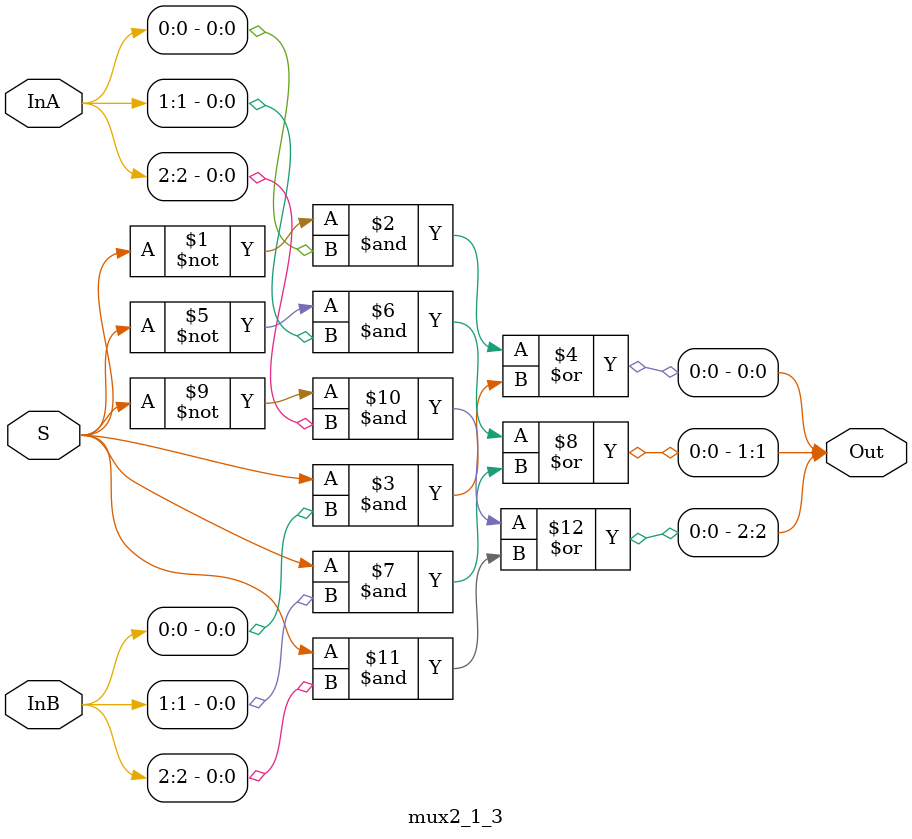
<source format=v>
module mux2_1_3(InA, InB, S, Out);
   input [2:0] InA, InB;
   input       S;
   output [2:0] Out;

   assign Out[0] = (~S & InA[0]) | (S & InB[0]);
   assign Out[1] = (~S & InA[1]) | (S & InB[1]);
   assign Out[2] = (~S & InA[2]) | (S & InB[2]);

endmodule // mux2_1


</source>
